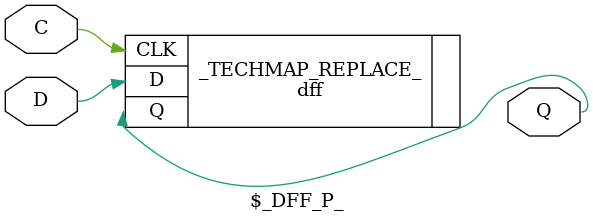
<source format=v>


module \$_DFF_P_ (
    D,
    Q,
    C
);
  input D;
  input C;
  output Q;
  dff _TECHMAP_REPLACE_ (
      .Q  (Q),
      .D  (D),
      .CLK(C)
  );
endmodule


</source>
